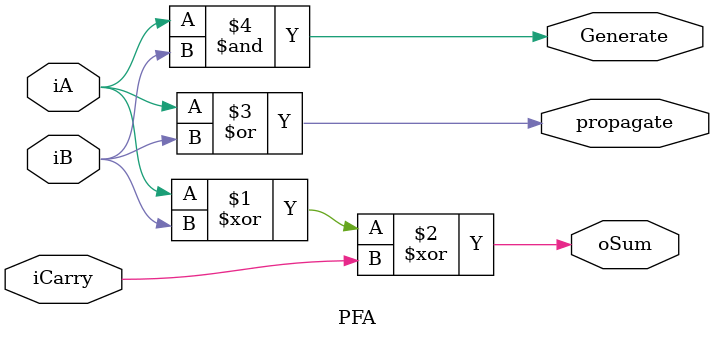
<source format=v>
`timescale 1ns / 1ps


module PFA(
    input   wire    iA, 
    input wire iB, 
    input wire iCarry,
    output  wire oSum, 
    output wire Generate,
    output wire propagate
    );
    // Lecture things about the partial adder in lecture 3
    assign oSum = iA ^ iB ^ iCarry;
    assign propagate = iA|iB ;
    assign Generate = iA & iB ;
    
endmodule

</source>
